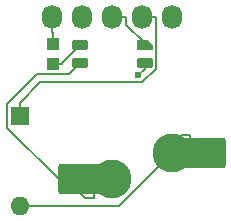
<source format=gbr>
%TF.GenerationSoftware,KiCad,Pcbnew,9.0.6*%
%TF.CreationDate,2025-12-02T18:26:22-08:00*%
%TF.ProjectId,pcb,7063622e-6b69-4636-9164-5f7063625858,rev?*%
%TF.SameCoordinates,Original*%
%TF.FileFunction,Copper,L1,Top*%
%TF.FilePolarity,Positive*%
%FSLAX46Y46*%
G04 Gerber Fmt 4.6, Leading zero omitted, Abs format (unit mm)*
G04 Created by KiCad (PCBNEW 9.0.6) date 2025-12-02 18:26:22*
%MOMM*%
%LPD*%
G01*
G04 APERTURE LIST*
G04 Aperture macros list*
%AMRoundRect*
0 Rectangle with rounded corners*
0 $1 Rounding radius*
0 $2 $3 $4 $5 $6 $7 $8 $9 X,Y pos of 4 corners*
0 Add a 4 corners polygon primitive as box body*
4,1,4,$2,$3,$4,$5,$6,$7,$8,$9,$2,$3,0*
0 Add four circle primitives for the rounded corners*
1,1,$1+$1,$2,$3*
1,1,$1+$1,$4,$5*
1,1,$1+$1,$6,$7*
1,1,$1+$1,$8,$9*
0 Add four rect primitives between the rounded corners*
20,1,$1+$1,$2,$3,$4,$5,0*
20,1,$1+$1,$4,$5,$6,$7,0*
20,1,$1+$1,$6,$7,$8,$9,0*
20,1,$1+$1,$8,$9,$2,$3,0*%
%AMFreePoly0*
4,1,18,-0.410000,0.265000,0.000000,0.675000,0.328000,0.675000,0.359380,0.668758,0.385983,0.650983,0.403758,0.624380,0.410000,0.593000,0.410000,-0.593000,0.403758,-0.624380,0.385983,-0.650983,0.359380,-0.668758,0.328000,-0.675000,-0.328000,-0.675000,-0.359380,-0.668758,-0.385983,-0.650983,-0.403758,-0.624380,-0.410000,-0.593000,-0.410000,0.265000,-0.410000,0.265000,$1*%
G04 Aperture macros list end*
%TA.AperFunction,SMDPad,CuDef*%
%ADD10R,1.000000X1.000000*%
%TD*%
%TA.AperFunction,SMDPad,CuDef*%
%ADD11RoundRect,0.082000X-0.593000X0.328000X-0.593000X-0.328000X0.593000X-0.328000X0.593000X0.328000X0*%
%TD*%
%TA.AperFunction,SMDPad,CuDef*%
%ADD12FreePoly0,270.000000*%
%TD*%
%TA.AperFunction,ComponentPad*%
%ADD13R,1.600000X1.600000*%
%TD*%
%TA.AperFunction,ComponentPad*%
%ADD14O,1.600000X1.600000*%
%TD*%
%TA.AperFunction,ComponentPad*%
%ADD15C,3.300000*%
%TD*%
%TA.AperFunction,SMDPad,CuDef*%
%ADD16R,1.200000X2.600000*%
%TD*%
%TA.AperFunction,SMDPad,CuDef*%
%ADD17RoundRect,0.260000X-1.065000X-1.040000X1.065000X-1.040000X1.065000X1.040000X-1.065000X1.040000X0*%
%TD*%
%TA.AperFunction,ComponentPad*%
%ADD18O,1.727200X2.032000*%
%TD*%
%TA.AperFunction,ViaPad*%
%ADD19C,0.600000*%
%TD*%
%TA.AperFunction,Conductor*%
%ADD20C,0.200000*%
%TD*%
G04 APERTURE END LIST*
D10*
%TO.P,R1,2*%
%TO.N,Net-(J1-Pad5)*%
X35442800Y-58736300D03*
%TO.P,R1,1*%
%TO.N,Net-(LED1-DOUT)*%
X35442800Y-60436300D03*
%TD*%
D11*
%TO.P,LED1,1,VDD*%
%TO.N,Net-(LED1-VDD)*%
X37756300Y-60343700D03*
%TO.P,LED1,2,DOUT*%
%TO.N,Net-(LED1-DOUT)*%
X37756300Y-58843700D03*
%TO.P,LED1,3,DIN*%
%TO.N,Net-(LED1-DIN)*%
X43206300Y-60343700D03*
D12*
%TO.P,LED1,4,VSS*%
%TO.N,Net-(LED1-VSS)*%
X43206300Y-58843700D03*
%TD*%
D13*
%TO.P,D1,1,K*%
%TO.N,Net-(D1-K)*%
X32625900Y-64895600D03*
D14*
%TO.P,D1,2,A*%
%TO.N,Net-(D1-A)*%
X32625900Y-72515600D03*
%TD*%
D15*
%TO.P,CH1,1,1*%
%TO.N,Net-(D1-A)*%
X45481300Y-68043700D03*
D16*
X47031300Y-68043700D03*
D17*
X48726300Y-68043700D03*
%TO.P,CH1,2,2*%
%TO.N,Net-(LED1-VDD)*%
X37236300Y-70243700D03*
D16*
X38931300Y-70243700D03*
D15*
X40481300Y-70243700D03*
%TD*%
D18*
%TO.P,J1,1*%
%TO.N,Net-(LED1-VDD)*%
X45561300Y-56461400D03*
%TO.P,J1,2*%
%TO.N,Net-(D1-K)*%
X43021300Y-56461400D03*
%TO.P,J1,3*%
%TO.N,Net-(LED1-VSS)*%
X40481300Y-56461400D03*
%TO.P,J1,4*%
%TO.N,Net-(LED1-DIN)*%
X37941300Y-56461400D03*
%TO.P,J1,5*%
%TO.N,Net-(J1-Pad5)*%
X35401300Y-56461400D03*
%TD*%
D19*
%TO.N,Net-(LED1-DIN)*%
X42629600Y-61430600D03*
%TD*%
D20*
%TO.N,Net-(J1-Pad5)*%
X35442800Y-57820600D02*
X35442800Y-58736300D01*
X35401300Y-57779100D02*
X35442800Y-57820600D01*
X35401300Y-56461400D02*
X35401300Y-57779100D01*
%TO.N,Net-(LED1-DIN)*%
X43206300Y-60853900D02*
X43206300Y-60343700D01*
X42629600Y-61430600D02*
X43206300Y-60853900D01*
X42629600Y-61430600D02*
X42522200Y-61430600D01*
X42522200Y-61430600D02*
X42629600Y-61430600D01*
%TO.N,Net-(LED1-DOUT)*%
X36244500Y-60355500D02*
X37756300Y-58843700D01*
X36244500Y-60436300D02*
X36244500Y-60355500D01*
X35442800Y-60436300D02*
X36244500Y-60436300D01*
%TO.N,Net-(LED1-VSS)*%
X41646600Y-57132100D02*
X41646600Y-56461400D01*
X43206300Y-58691800D02*
X41646600Y-57132100D01*
X43206300Y-58843700D02*
X43206300Y-58691800D01*
X40481300Y-56461400D02*
X41646600Y-56461400D01*
%TO.N,Net-(D1-K)*%
X34386800Y-62033000D02*
X32625900Y-63793900D01*
X43011900Y-62033000D02*
X34386800Y-62033000D01*
X44186600Y-60858300D02*
X43011900Y-62033000D01*
X44186600Y-56461400D02*
X44186600Y-60858300D01*
X43021300Y-56461400D02*
X44186600Y-56461400D01*
X32625900Y-64895600D02*
X32625900Y-63793900D01*
%TO.N,Net-(D1-A)*%
X47925400Y-67242800D02*
X48726300Y-68043700D01*
X47031300Y-67242800D02*
X47925400Y-67242800D01*
X47031300Y-68043700D02*
X47031300Y-67242800D01*
X47031300Y-67242800D02*
X47031300Y-66442000D01*
X45481300Y-67216900D02*
X45481300Y-68043700D01*
X46256200Y-66442000D02*
X45481300Y-67216900D01*
X47031300Y-66442000D02*
X46256200Y-66442000D01*
X41009400Y-72515600D02*
X32625900Y-72515600D01*
X45481300Y-68043700D02*
X41009400Y-72515600D01*
%TO.N,Net-(LED1-VDD)*%
X39680500Y-71044500D02*
X40481300Y-70243700D01*
X38931300Y-71044500D02*
X39680500Y-71044500D01*
X38931300Y-70243700D02*
X38931300Y-71044500D01*
X38931300Y-71044500D02*
X38931300Y-71845400D01*
X38137200Y-71845400D02*
X38931300Y-71845400D01*
X37236300Y-70944500D02*
X38137200Y-71845400D01*
X37236300Y-70243700D02*
X37236300Y-70944500D01*
X36795200Y-61304800D02*
X37756300Y-60343700D01*
X34118300Y-61304800D02*
X36795200Y-61304800D01*
X31524200Y-63898900D02*
X34118300Y-61304800D01*
X31524200Y-65856600D02*
X31524200Y-63898900D01*
X35911300Y-70243700D02*
X31524200Y-65856600D01*
X37236300Y-70243700D02*
X35911300Y-70243700D01*
%TD*%
M02*

</source>
